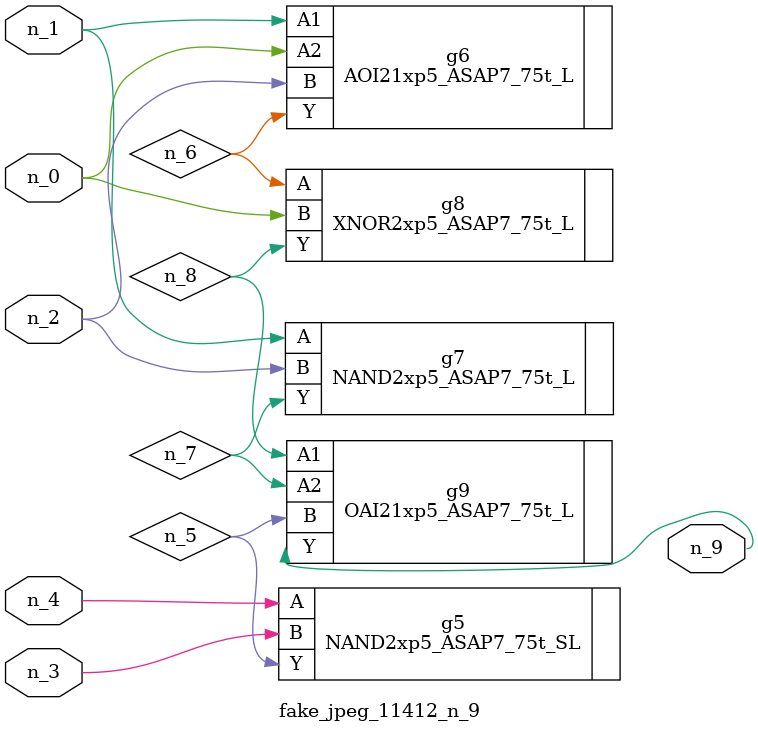
<source format=v>
module fake_jpeg_11412_n_9 (n_3, n_2, n_1, n_0, n_4, n_9);

input n_3;
input n_2;
input n_1;
input n_0;
input n_4;

output n_9;

wire n_8;
wire n_6;
wire n_5;
wire n_7;

NAND2xp5_ASAP7_75t_SL g5 ( 
.A(n_4),
.B(n_3),
.Y(n_5)
);

AOI21xp5_ASAP7_75t_L g6 ( 
.A1(n_1),
.A2(n_0),
.B(n_2),
.Y(n_6)
);

NAND2xp5_ASAP7_75t_L g7 ( 
.A(n_1),
.B(n_2),
.Y(n_7)
);

XNOR2xp5_ASAP7_75t_L g8 ( 
.A(n_6),
.B(n_0),
.Y(n_8)
);

OAI21xp5_ASAP7_75t_L g9 ( 
.A1(n_8),
.A2(n_7),
.B(n_5),
.Y(n_9)
);


endmodule
</source>
